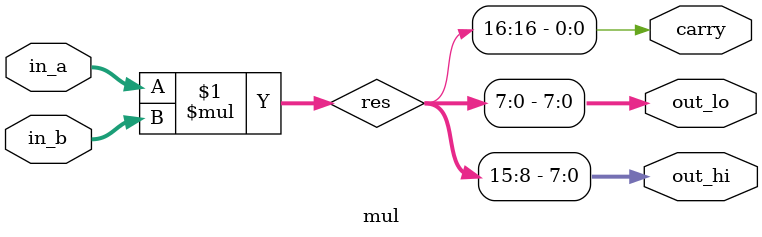
<source format=v>

module sqrt (
    input  wire[7:0] in,
    output wire[7:0] out
);
    assign out =
        (in >= (15 * 15)) ? 15 :
        (in >= (14 * 14)) ? 14 :
        (in >= (13 * 13)) ? 13 :
        (in >= (12 * 12)) ? 12 :
        (in >= (11 * 11)) ? 11 :
        (in >= (10 * 10)) ? 10 :
        (in >= (9  *  9)) ? 9  :
        (in >= (8  *  8)) ? 8  :
        (in >= (7  *  7)) ? 7  :
        (in >= (6  *  6)) ? 6  :
        (in >= (5  *  5)) ? 5  :
        (in >= (4  *  4)) ? 4  :
        (in >= (3  *  3)) ? 3  :
        (in >= (2  *  2)) ? 2  :
        (in >= (1  *  1)) ? 1  :
        0;


endmodule

module mul (
    input[7:0] in_a,
    input[7:0] in_b,

    output[7:0] out_hi,
    output[7:0] out_lo,

    output carry
);
    wire[16:0] res;

    assign res = in_a * in_b;
    assign {carry, out_hi, out_lo} = {res[16], res[15:8], res[7:0]};
endmodule

</source>
